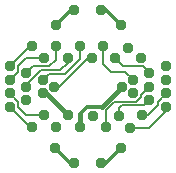
<source format=gtl>
G75*
%MOIN*%
%OFA0B0*%
%FSLAX24Y24*%
%IPPOS*%
%LPD*%
%AMOC8*
5,1,8,0,0,1.08239X$1,22.5*
%
%ADD10OC8,0.0356*%
%ADD11C,0.0120*%
%ADD12C,0.0160*%
%ADD13C,0.0060*%
D10*
X011030Y011080D03*
X011067Y011791D03*
X010673Y012185D03*
X010280Y011791D03*
X009530Y012455D03*
X009530Y012905D03*
X009530Y013355D03*
X009530Y013805D03*
X010080Y013580D03*
X010080Y013130D03*
X010080Y012680D03*
X010630Y012905D03*
X010630Y013355D03*
X011010Y013130D03*
X011461Y012185D03*
X011854Y011791D03*
X012287Y012146D03*
X012721Y011791D03*
X013154Y012146D03*
X013547Y011752D03*
X013941Y012185D03*
X014180Y012680D03*
X014180Y013130D03*
X014180Y013580D03*
X013902Y014075D03*
X013469Y014429D03*
X013036Y014075D03*
X012642Y014469D03*
X012248Y014075D03*
X011854Y014469D03*
X011461Y014075D03*
X011067Y014469D03*
X010673Y014075D03*
X010280Y014469D03*
X011080Y015180D03*
X011680Y015680D03*
X012580Y015680D03*
X013230Y015180D03*
X014730Y013805D03*
X014730Y013355D03*
X014730Y012905D03*
X014730Y012455D03*
X013630Y012905D03*
X013630Y013355D03*
X013260Y013130D03*
X013230Y011080D03*
X012580Y010580D03*
X011680Y010580D03*
D11*
X011530Y010580D01*
X011030Y011080D01*
X011854Y012202D02*
X012108Y012455D01*
X012585Y012455D01*
X013230Y011080D02*
X012730Y010580D01*
X012580Y010580D01*
X013230Y015180D02*
X012730Y015680D01*
X012580Y015680D01*
X011680Y015680D02*
X011580Y015680D01*
X011080Y015180D01*
D12*
X010741Y012905D02*
X010630Y012905D01*
X010741Y012905D02*
X011461Y012185D01*
X011854Y012202D02*
X011854Y011791D01*
X012585Y012455D02*
X013260Y013130D01*
D13*
X013010Y012630D02*
X013745Y012630D01*
X013905Y012790D01*
X013905Y012855D01*
X014180Y013130D01*
X014180Y012680D02*
X014005Y012505D01*
X013254Y012505D01*
X013154Y012405D01*
X013154Y012146D01*
X012721Y012340D02*
X012721Y011791D01*
X012721Y012340D02*
X013010Y012630D01*
X013630Y013355D02*
X013630Y013380D01*
X013380Y013630D01*
X012892Y013630D01*
X012642Y013880D01*
X012642Y014469D01*
X013036Y014075D02*
X013305Y013805D01*
X013955Y013805D01*
X014180Y013580D01*
X014730Y012905D02*
X014455Y012630D01*
X014455Y012518D01*
X014122Y012185D01*
X013941Y012185D01*
X014166Y011752D02*
X013547Y011752D01*
X014166Y011752D02*
X014730Y012316D01*
X014730Y012455D01*
X012248Y014075D02*
X012125Y014075D01*
X011180Y013130D01*
X011010Y013130D01*
X010630Y013355D02*
X010825Y013550D01*
X011360Y013550D01*
X011854Y014044D01*
X011854Y014469D01*
X011461Y014075D02*
X011461Y013920D01*
X011211Y013670D01*
X010555Y013670D01*
X010080Y013195D01*
X010080Y013130D01*
X009805Y012630D02*
X009530Y012905D01*
X009805Y012630D02*
X009805Y012453D01*
X010073Y012185D01*
X010673Y012185D01*
X010280Y011791D02*
X010194Y011791D01*
X009530Y012455D01*
X009530Y013355D02*
X009805Y013630D01*
X009805Y013807D01*
X010073Y014075D01*
X010673Y014075D01*
X010836Y013800D02*
X010300Y013800D01*
X010080Y013580D01*
X009530Y013805D02*
X010194Y014469D01*
X010280Y014469D01*
X011067Y014469D02*
X011067Y014031D01*
X010836Y013800D01*
X011461Y013960D02*
X011461Y014075D01*
M02*

</source>
